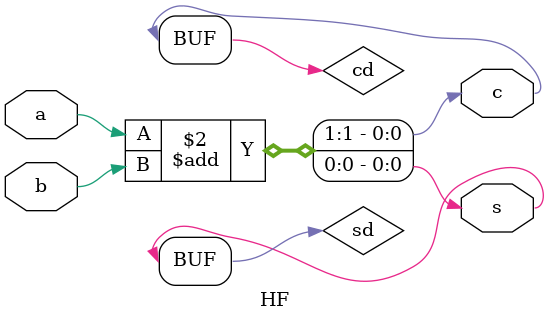
<source format=v>
module HF(s,c,a,b);
input wire a,b;
output wire s,c;
reg sd,cd;
assign s=sd;
assign c=cd;
always @(a or b) begin
	{cd,sd}=a+b;
end
endmodule

</source>
